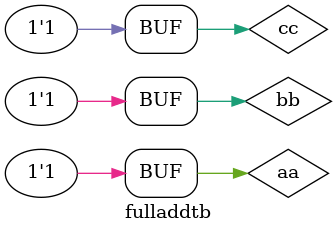
<source format=v>
module fulladdtb;
    reg aa,bb, cc;
    wire ss,cy;
    fulladd add1(.a(aa), .b(bb), .c(cc),  .sum(ss), .carry(cy));
    initial
        begin
            $dumpfile("fulladdtest.vcd");
            $dumpvars(0, fulladdtb);
        end
    initial
        begin 
            $monitor($time, " a=%b, b=%b, c=%b,sum=%b, carry=%b", aa, bb, cc, ss, cy);
              aa = 1'b0;bb = 1'b0;cc = 1'b0;
            #5  aa = 1'b0;bb = 1'b0;cc = 1'b1;
            #5  aa = 1'b0;bb = 1'b1;cc = 1'b0;
            #5  aa = 1'b0;bb = 1'b1;cc = 1'b1;
            #5  aa = 1'b1;bb = 1'b0;cc = 1'b0;
            #5  aa = 1'b1;bb = 1'b0;cc = 1'b1;
            #5  aa = 1'b1;bb = 1'b1;cc = 1'b0;
            #5  aa = 1'b1;bb = 1'b1;cc = 1'b1;
        end
endmodule

</source>
